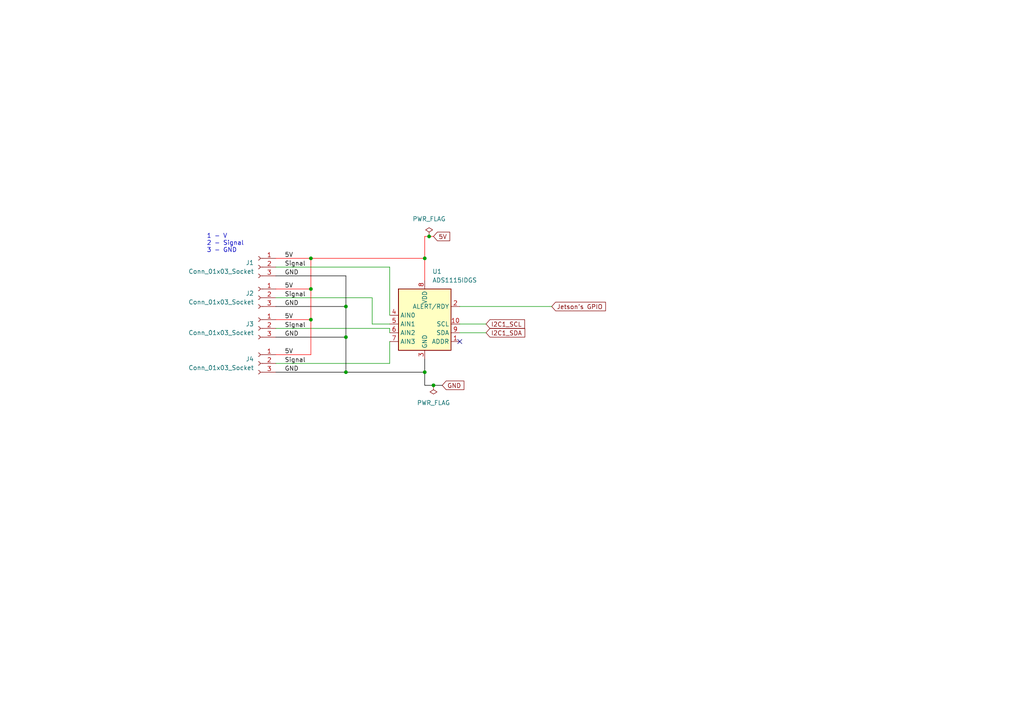
<source format=kicad_sch>
(kicad_sch (version 20231120) (generator "eeschema") (generator_version "8.0")
  (paper "A4")
  (lib_symbols
    (symbol "Analog_ADC:ADS1115IDGS"
      (property "Reference" "U" (at 2.54 13.97 0))
      (property "Value" "ADS1115IDGS" (at 7.62 11.43 0))
      (symbol "ADS1115IDGS_0_1"
        (rectangle (start -7.62 10.16) (end 7.62 -7.62) (stroke (width 0.254)) (fill (type background)))
      )
      (symbol "ADS1115IDGS_1_1"
        (pin input line (at 10.16 -5.08 180) (length 2.54) (name "ADDR") (number "1"))
        (pin input line (at 10.16 0 180) (length 2.54) (name "SCL") (number "10"))
        (pin output line (at 10.16 5.08 180) (length 2.54) (name "ALERT/RDY") (number "2"))
        (pin power_in line (at 0 -10.16 90) (length 2.54) (name "GND") (number "3"))
        (pin input line (at -10.16 2.54 0) (length 2.54) (name "AIN0") (number "4"))
        (pin input line (at -10.16 0 0) (length 2.54) (name "AIN1") (number "5"))
        (pin input line (at -10.16 -2.54 0) (length 2.54) (name "AIN2") (number "6"))
        (pin input line (at -10.16 -5.08 0) (length 2.54) (name "AIN3") (number "7"))
        (pin power_in line (at 0 12.7 270) (length 2.54) (name "VDD") (number "8"))
        (pin bidirectional line (at 10.16 -2.54 180) (length 2.54) (name "SDA") (number "9"))
      )
    )
    (symbol "Connector:Conn_01x03_Socket" (pin_names (offset 1.016) hide)
      (property "Reference" "J" (at 0 5.08 0))
      (property "Value" "Conn_01x03_Socket" (at 0 -5.08 0))
      (symbol "Conn_01x03_Socket_1_1"
        (arc (start 0 -2.032) (mid -0.5058 -2.54) (end 0 -3.048) (stroke (width 0.1524)))
        (polyline (pts (xy -1.27 -2.54) (xy -0.508 -2.54)) (stroke (width 0.1524)))
        (polyline (pts (xy -1.27 0) (xy -0.508 0)) (stroke (width 0.1524)))
        (polyline (pts (xy -1.27 2.54) (xy -0.508 2.54)) (stroke (width 0.1524)))
        (arc (start 0 0.508) (mid -0.5058 0) (end 0 -0.508) (stroke (width 0.1524)))
        (arc (start 0 3.048) (mid -0.5058 2.54) (end 0 2.032) (stroke (width 0.1524)))
        (pin passive line (at -5.08 2.54 0) (length 3.81) (name "Pin_1") (number "1"))
        (pin passive line (at -5.08 0 0) (length 3.81) (name "Pin_2") (number "2"))
        (pin passive line (at -5.08 -2.54 0) (length 3.81) (name "Pin_3") (number "3"))
      )
    )
    (symbol "power:PWR_FLAG" (power) (pin_numbers hide) (pin_names (offset 0) hide)
      (property "Value" "PWR_FLAG" (at 0 3.81 0))
      (symbol "PWR_FLAG_0_0"
        (pin power_out line (at 0 0 90) (length 0) (name "~") (number "1"))
      )
      (symbol "PWR_FLAG_0_1"
        (polyline (pts (xy 0 0) (xy 0 1.27) (xy -1.016 1.905) (xy 0 2.54) (xy 1.016 1.905) (xy 0 1.27)))
      )
    )
  )
  (junction (at 100.33 107.95))
  (junction (at 123.19 74.93))
  (junction (at 90.17 74.93))
  (junction (at 100.33 97.79))
  (junction (at 90.17 83.82))
  (junction (at 100.33 88.9))
  (junction (at 125.73 111.76))
  (junction (at 90.17 92.71))
  (junction (at 124.46 68.58))
  (junction (at 123.19 107.95))
  (no_connect (at 133.35 99.06))
  (wire (pts (xy 113.03 77.47) (xy 113.03 91.44)))
  (wire (pts (xy 133.35 96.52) (xy 140.97 96.52)))
  (wire (pts (xy 100.33 97.79) (xy 100.33 107.95)) (stroke (width 0) (color 1 0 0 1)))
  (wire (pts (xy 90.17 102.87) (xy 90.17 92.71)) (stroke (width 0) (color 255 0 0 1)))
  (wire (pts (xy 80.01 80.01) (xy 100.33 80.01)) (stroke (width 0) (color 1 0 0 1)))
  (wire (pts (xy 90.17 74.93) (xy 123.19 74.93)) (stroke (width 0) (color 255 0 0 1)))
  (wire (pts (xy 80.01 83.82) (xy 90.17 83.82)) (stroke (width 0) (color 255 0 0 1)))
  (wire (pts (xy 80.01 92.71) (xy 90.17 92.71)) (stroke (width 0) (color 255 0 0 1)))
  (wire (pts (xy 100.33 107.95) (xy 123.19 107.95)) (stroke (width 0) (color 1 0 0 1)))
  (wire (pts (xy 100.33 88.9) (xy 100.33 97.79)) (stroke (width 0) (color 1 0 0 1)))
  (wire (pts (xy 133.35 93.98) (xy 140.97 93.98)))
  (wire (pts (xy 107.95 86.36) (xy 107.95 93.98)))
  (wire (pts (xy 113.03 105.41) (xy 113.03 99.06)))
  (wire (pts (xy 123.19 68.58) (xy 124.46 68.58)) (stroke (width 0) (color 255 0 0 1)))
  (wire (pts (xy 113.03 95.25) (xy 113.03 96.52)))
  (wire (pts (xy 123.19 107.95) (xy 123.19 111.76)) (stroke (width 0) (color 1 0 0 1)))
  (wire (pts (xy 123.19 111.76) (xy 125.73 111.76)) (stroke (width 0) (color 1 0 0 1)))
  (wire (pts (xy 124.46 68.58) (xy 125.73 68.58)) (stroke (width 0) (color 255 0 0 1)))
  (wire (pts (xy 123.19 74.93) (xy 123.19 68.58)) (stroke (width 0) (color 255 0 0 1)))
  (wire (pts (xy 80.01 107.95) (xy 100.33 107.95)) (stroke (width 0) (color 1 0 0 1)))
  (wire (pts (xy 133.35 88.9) (xy 160.02 88.9)))
  (wire (pts (xy 80.01 102.87) (xy 90.17 102.87)) (stroke (width 0) (color 255 0 0 1)))
  (wire (pts (xy 80.01 77.47) (xy 113.03 77.47)))
  (wire (pts (xy 80.01 86.36) (xy 107.95 86.36)))
  (wire (pts (xy 80.01 97.79) (xy 100.33 97.79)) (stroke (width 0) (color 1 0 0 1)))
  (wire (pts (xy 100.33 80.01) (xy 100.33 88.9)) (stroke (width 0) (color 1 0 0 1)))
  (wire (pts (xy 80.01 95.25) (xy 113.03 95.25)))
  (wire (pts (xy 90.17 83.82) (xy 90.17 74.93)) (stroke (width 0) (color 255 0 0 1)))
  (wire (pts (xy 107.95 93.98) (xy 113.03 93.98)))
  (wire (pts (xy 123.19 104.14) (xy 123.19 107.95)) (stroke (width 0) (color 1 0 0 1)))
  (wire (pts (xy 125.73 111.76) (xy 128.27 111.76)) (stroke (width 0) (color 1 0 0 1)))
  (wire (pts (xy 80.01 88.9) (xy 100.33 88.9)) (stroke (width 0) (color 1 0 0 1)))
  (wire (pts (xy 123.19 81.28) (xy 123.19 74.93)) (stroke (width 0) (color 255 0 0 1)))
  (wire (pts (xy 80.01 105.41) (xy 113.03 105.41)))
  (wire (pts (xy 90.17 92.71) (xy 90.17 83.82)) (stroke (width 0) (color 255 0 0 1)))
  (wire (pts (xy 80.01 74.93) (xy 90.17 74.93)) (stroke (width 0) (color 255 0 0 1)))
  (text "1 - V\n2 - Signal\n3 - GND" (at 59.944 70.612 0) (effects (font (size 1.27 1.27)) (justify left)))
  (label "5V" (at 82.55 92.71 0))
  (label "5V" (at 82.55 83.82 0))
  (label "GND" (at 82.55 80.01 0))
  (label "Signal" (at 82.55 77.47 0))
  (label "Signal" (at 82.55 105.41 0))
  (label "GND" (at 82.55 107.95 0))
  (label "Signal" (at 82.55 95.25 0))
  (label "5V" (at 82.55 102.87 0))
  (label "GND" (at 82.55 88.9 0))
  (label "GND" (at 82.55 97.79 0))
  (label "Signal" (at 82.55 86.36 0))
  (label "5V" (at 82.55 74.93 0))
  (global_label "5V" (shape input) (at 125.73 68.58 0) (property "Intersheetrefs" "${INTERSHEET_REFS}" (effects (hide yes))))
  (global_label "GND" (shape input) (at 128.27 111.76 0) (property "Intersheetrefs" "${INTERSHEET_REFS}" (effects (hide yes))))
  (global_label "I2C1_SDA" (shape input) (at 140.97 96.52 0) (property "Intersheetrefs" "${INTERSHEET_REFS}" (effects (hide yes))))
  (global_label "Jetson’s GPIO" (shape input) (at 160.02 88.9 0) (property "Intersheetrefs" "${INTERSHEET_REFS}" (effects (hide yes))))
  (global_label "I2C1_SCL" (shape input) (at 140.97 93.98 0) (property "Intersheetrefs" "${INTERSHEET_REFS}" (effects (hide yes))))
  (symbol (lib_id "power:PWR_FLAG") (at 125.73 111.76 180) (unit 1)
    (property "Reference" "#FLG02" (effects (hide yes)))
    (property "Value" "PWR_FLAG" (at 125.73 116.84 0))
    (property "Description" "Special symbol for telling ERC where power comes from" (effects (hide yes)))
  )
  (symbol (lib_id "power:PWR_FLAG") (at 124.46 68.58 0) (unit 1)
    (property "Reference" "#FLG01" (effects (hide yes)))
    (property "Value" "PWR_FLAG" (at 124.46 63.5 0))
    (property "Description" "Special symbol for telling ERC where power comes from" (effects (hide yes)))
  )
  (symbol (lib_id "Connector:Conn_01x03_Socket") (at 74.93 77.47 0) (mirror y) (unit 1)
    (property "Reference" "J1" (at 73.66 76.1999 0) (effects (justify left)))
    (property "Value" "Conn_01x03_Socket" (at 73.66 78.7399 0) (effects (justify left)))
    (property "Description" "Generic connector, single row, 01x03, script generated" (effects (hide yes)))
  )
  (symbol (lib_id "Connector:Conn_01x03_Socket") (at 74.93 86.36 0) (mirror y) (unit 1)
    (property "Reference" "J2" (at 73.66 85.0899 0) (effects (justify left)))
    (property "Value" "Conn_01x03_Socket" (at 73.66 87.6299 0) (effects (justify left)))
    (property "Description" "Generic connector, single row, 01x03, script generated" (effects (hide yes)))
  )
  (symbol (lib_id "Analog_ADC:ADS1115IDGS") (at 123.19 93.98 0) (unit 1)
    (property "Reference" "U1" (at 125.3841 78.74 0) (effects (justify left)))
    (property "Value" "ADS1115IDGS" (at 125.3841 81.28 0) (effects (justify left)))
    (property "Footprint" "Package_SO:TSSOP-10_3x3mm_P0.5mm" (effects (hide yes)))
    (property "Datasheet" "http://www.ti.com/lit/ds/symlink/ads1113.pdf" (effects (hide yes)))
    (property "Description" "Ultra-Small, Low-Power, I2C-Compatible, 860-SPS, 16-Bit ADCs With Internal Reference, Oscillator, and Programmable Comparator, VSSOP-10" (effects (hide yes)))
  )
  (symbol (lib_id "Connector:Conn_01x03_Socket") (at 74.93 95.25 0) (mirror y) (unit 1)
    (property "Reference" "J3" (at 73.66 93.9799 0) (effects (justify left)))
    (property "Value" "Conn_01x03_Socket" (at 73.66 96.5199 0) (effects (justify left)))
    (property "Description" "Generic connector, single row, 01x03, script generated" (effects (hide yes)))
  )
  (symbol (lib_id "Connector:Conn_01x03_Socket") (at 74.93 105.41 0) (mirror y) (unit 1)
    (property "Reference" "J4" (at 73.66 104.1399 0) (effects (justify left)))
    (property "Value" "Conn_01x03_Socket" (at 73.66 106.6799 0) (effects (justify left)))
    (property "Description" "Generic connector, single row, 01x03, script generated" (effects (hide yes)))
  )
)
</source>
